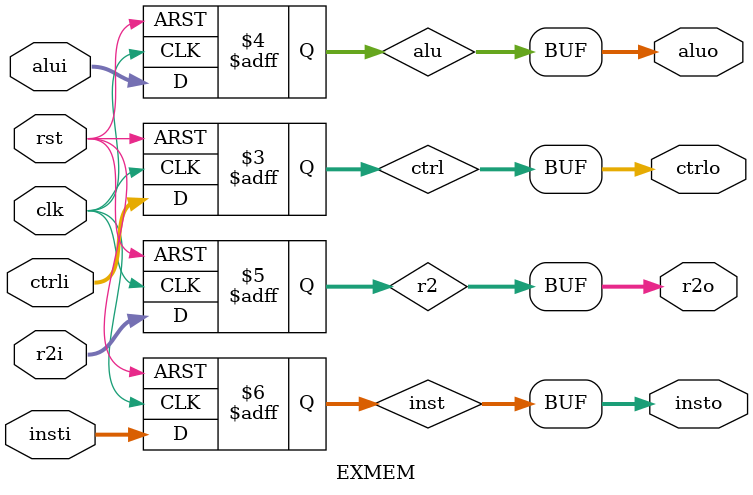
<source format=v>
module EXMEM(rst, clk, ctrli, alui, r2i, insti, ctrlo, aluo, r2o, insto);
input rst, clk;
input[3:0] ctrli;
input[31:0] alui, r2i;
input[4:0] insti;
output[3:0] ctrlo;
output[31:0] aluo, r2o;
output[4:0] insto;

reg[3:0] ctrl;
reg[31:0] alu, r2;
reg[4:0] inst;
assign ctrlo=ctrl;
assign aluo=alu;
assign r2o=r2;
assign insto=inst;

always@(posedge clk or negedge rst)begin
	if(~rst)begin
		ctrl<=4'b0;
		alu<=32'b0;
		r2<=32'b0;
		inst<=5'b0;
	end
	else begin
		ctrl<=ctrli;
		alu<=alui;
		r2<=r2i;
		inst<=insti;
	end
end


endmodule

</source>
